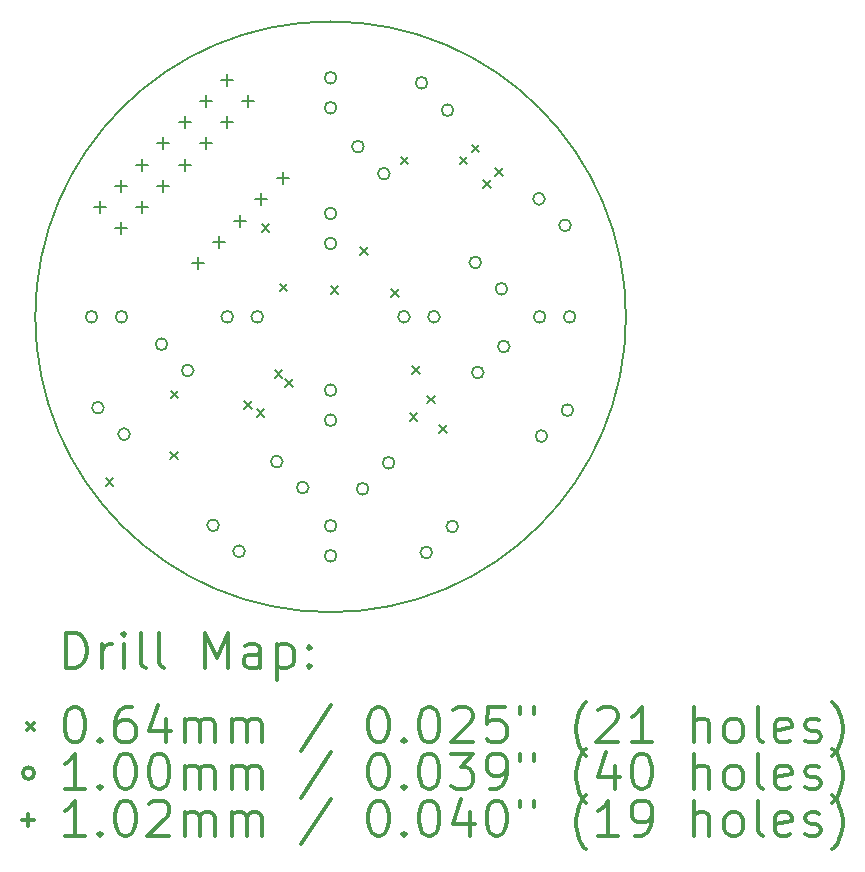
<source format=gbr>
%FSLAX45Y45*%
G04 Gerber Fmt 4.5, Leading zero omitted, Abs format (unit mm)*
G04 Created by KiCad (PCBNEW 4.0.5) date 01/04/17 16:27:08*
%MOMM*%
%LPD*%
G01*
G04 APERTURE LIST*
%ADD10C,0.127000*%
%ADD11C,0.150000*%
%ADD12C,0.200000*%
%ADD13C,0.300000*%
G04 APERTURE END LIST*
D10*
D11*
X23900450Y-11300000D02*
G75*
G03X23900450Y-11300000I-2500450J0D01*
G01*
D12*
X19498250Y-12668250D02*
X19561750Y-12731750D01*
X19561750Y-12668250D02*
X19498250Y-12731750D01*
X20043250Y-12443250D02*
X20106750Y-12506750D01*
X20106750Y-12443250D02*
X20043250Y-12506750D01*
X20048250Y-11928250D02*
X20111750Y-11991750D01*
X20111750Y-11928250D02*
X20048250Y-11991750D01*
X20668250Y-12013250D02*
X20731750Y-12076750D01*
X20731750Y-12013250D02*
X20668250Y-12076750D01*
X20773250Y-12083250D02*
X20836750Y-12146750D01*
X20836750Y-12083250D02*
X20773250Y-12146750D01*
X20818250Y-10518250D02*
X20881750Y-10581750D01*
X20881750Y-10518250D02*
X20818250Y-10581750D01*
X20928250Y-11753250D02*
X20991750Y-11816750D01*
X20991750Y-11753250D02*
X20928250Y-11816750D01*
X20968250Y-11018250D02*
X21031750Y-11081750D01*
X21031750Y-11018250D02*
X20968250Y-11081750D01*
X21018250Y-11828250D02*
X21081750Y-11891750D01*
X21081750Y-11828250D02*
X21018250Y-11891750D01*
X21403250Y-11043250D02*
X21466750Y-11106750D01*
X21466750Y-11043250D02*
X21403250Y-11106750D01*
X21653250Y-10713250D02*
X21716750Y-10776750D01*
X21716750Y-10713250D02*
X21653250Y-10776750D01*
X21913250Y-11068250D02*
X21976750Y-11131750D01*
X21976750Y-11068250D02*
X21913250Y-11131750D01*
X21993250Y-9943250D02*
X22056750Y-10006750D01*
X22056750Y-9943250D02*
X21993250Y-10006750D01*
X22068250Y-12118250D02*
X22131750Y-12181750D01*
X22131750Y-12118250D02*
X22068250Y-12181750D01*
X22093250Y-11718250D02*
X22156750Y-11781750D01*
X22156750Y-11718250D02*
X22093250Y-11781750D01*
X22218250Y-11968250D02*
X22281750Y-12031750D01*
X22281750Y-11968250D02*
X22218250Y-12031750D01*
X22318250Y-12218250D02*
X22381750Y-12281750D01*
X22381750Y-12218250D02*
X22318250Y-12281750D01*
X22493250Y-9943250D02*
X22556750Y-10006750D01*
X22556750Y-9943250D02*
X22493250Y-10006750D01*
X22593250Y-9843250D02*
X22656750Y-9906750D01*
X22656750Y-9843250D02*
X22593250Y-9906750D01*
X22693250Y-10143250D02*
X22756750Y-10206750D01*
X22756750Y-10143250D02*
X22693250Y-10206750D01*
X22793250Y-10043250D02*
X22856750Y-10106750D01*
X22856750Y-10043250D02*
X22793250Y-10106750D01*
X19426038Y-11300000D02*
G75*
G03X19426038Y-11300000I-50038J0D01*
G01*
X19480038Y-12070000D02*
G75*
G03X19480038Y-12070000I-50038J0D01*
G01*
X19680038Y-11300000D02*
G75*
G03X19680038Y-11300000I-50038J0D01*
G01*
X19701223Y-12293815D02*
G75*
G03X19701223Y-12293815I-50038J0D01*
G01*
X20018853Y-11531185D02*
G75*
G03X20018853Y-11531185I-50038J0D01*
G01*
X20240038Y-11755000D02*
G75*
G03X20240038Y-11755000I-50038J0D01*
G01*
X20455038Y-13065000D02*
G75*
G03X20455038Y-13065000I-50038J0D01*
G01*
X20575038Y-11300000D02*
G75*
G03X20575038Y-11300000I-50038J0D01*
G01*
X20675038Y-13285000D02*
G75*
G03X20675038Y-13285000I-50038J0D01*
G01*
X20829038Y-11300000D02*
G75*
G03X20829038Y-11300000I-50038J0D01*
G01*
X20993853Y-12526185D02*
G75*
G03X20993853Y-12526185I-50038J0D01*
G01*
X21213853Y-12746185D02*
G75*
G03X21213853Y-12746185I-50038J0D01*
G01*
X21450038Y-9276000D02*
G75*
G03X21450038Y-9276000I-50038J0D01*
G01*
X21450038Y-9530000D02*
G75*
G03X21450038Y-9530000I-50038J0D01*
G01*
X21450038Y-10425000D02*
G75*
G03X21450038Y-10425000I-50038J0D01*
G01*
X21450038Y-10679000D02*
G75*
G03X21450038Y-10679000I-50038J0D01*
G01*
X21450038Y-11921000D02*
G75*
G03X21450038Y-11921000I-50038J0D01*
G01*
X21450038Y-12175000D02*
G75*
G03X21450038Y-12175000I-50038J0D01*
G01*
X21450038Y-13070000D02*
G75*
G03X21450038Y-13070000I-50038J0D01*
G01*
X21450038Y-13324000D02*
G75*
G03X21450038Y-13324000I-50038J0D01*
G01*
X21681223Y-9858815D02*
G75*
G03X21681223Y-9858815I-50038J0D01*
G01*
X21721223Y-12756185D02*
G75*
G03X21721223Y-12756185I-50038J0D01*
G01*
X21901223Y-10088815D02*
G75*
G03X21901223Y-10088815I-50038J0D01*
G01*
X21941223Y-12536185D02*
G75*
G03X21941223Y-12536185I-50038J0D01*
G01*
X22071038Y-11300000D02*
G75*
G03X22071038Y-11300000I-50038J0D01*
G01*
X22220038Y-9320000D02*
G75*
G03X22220038Y-9320000I-50038J0D01*
G01*
X22260038Y-13295000D02*
G75*
G03X22260038Y-13295000I-50038J0D01*
G01*
X22325038Y-11300000D02*
G75*
G03X22325038Y-11300000I-50038J0D01*
G01*
X22440038Y-9550000D02*
G75*
G03X22440038Y-9550000I-50038J0D01*
G01*
X22480038Y-13075000D02*
G75*
G03X22480038Y-13075000I-50038J0D01*
G01*
X22675038Y-10840000D02*
G75*
G03X22675038Y-10840000I-50038J0D01*
G01*
X22696223Y-11771185D02*
G75*
G03X22696223Y-11771185I-50038J0D01*
G01*
X22896223Y-11063815D02*
G75*
G03X22896223Y-11063815I-50038J0D01*
G01*
X22916223Y-11551185D02*
G75*
G03X22916223Y-11551185I-50038J0D01*
G01*
X23213853Y-10301185D02*
G75*
G03X23213853Y-10301185I-50038J0D01*
G01*
X23220038Y-11300000D02*
G75*
G03X23220038Y-11300000I-50038J0D01*
G01*
X23235038Y-12310000D02*
G75*
G03X23235038Y-12310000I-50038J0D01*
G01*
X23435038Y-10525000D02*
G75*
G03X23435038Y-10525000I-50038J0D01*
G01*
X23455038Y-12090000D02*
G75*
G03X23455038Y-12090000I-50038J0D01*
G01*
X23474038Y-11300000D02*
G75*
G03X23474038Y-11300000I-50038J0D01*
G01*
X19445395Y-10319595D02*
X19445395Y-10421195D01*
X19394595Y-10370395D02*
X19496195Y-10370395D01*
X19625000Y-10139990D02*
X19625000Y-10241590D01*
X19574200Y-10190790D02*
X19675800Y-10190790D01*
X19625000Y-10499200D02*
X19625000Y-10600800D01*
X19574200Y-10550000D02*
X19675800Y-10550000D01*
X19804605Y-9960385D02*
X19804605Y-10061985D01*
X19753805Y-10011185D02*
X19855405Y-10011185D01*
X19804605Y-10319595D02*
X19804605Y-10421195D01*
X19753805Y-10370395D02*
X19855405Y-10370395D01*
X19984210Y-9780780D02*
X19984210Y-9882380D01*
X19933410Y-9831580D02*
X20035010Y-9831580D01*
X19984210Y-10139990D02*
X19984210Y-10241590D01*
X19933410Y-10190790D02*
X20035010Y-10190790D01*
X20163815Y-9601174D02*
X20163815Y-9702774D01*
X20113015Y-9651974D02*
X20214615Y-9651974D01*
X20163815Y-9960385D02*
X20163815Y-10061985D01*
X20113015Y-10011185D02*
X20214615Y-10011185D01*
X20275000Y-10794200D02*
X20275000Y-10895800D01*
X20224200Y-10845000D02*
X20325800Y-10845000D01*
X20343421Y-9421569D02*
X20343421Y-9523169D01*
X20292621Y-9472369D02*
X20394221Y-9472369D01*
X20343421Y-9780780D02*
X20343421Y-9882380D01*
X20292621Y-9831580D02*
X20394221Y-9831580D01*
X20454605Y-10614595D02*
X20454605Y-10716195D01*
X20403805Y-10665395D02*
X20505405Y-10665395D01*
X20523026Y-9241964D02*
X20523026Y-9343564D01*
X20472226Y-9292764D02*
X20573826Y-9292764D01*
X20523026Y-9601174D02*
X20523026Y-9702774D01*
X20472226Y-9651974D02*
X20573826Y-9651974D01*
X20634210Y-10434990D02*
X20634210Y-10536590D01*
X20583410Y-10485790D02*
X20685010Y-10485790D01*
X20702631Y-9421569D02*
X20702631Y-9523169D01*
X20651831Y-9472369D02*
X20753431Y-9472369D01*
X20813815Y-10255385D02*
X20813815Y-10356985D01*
X20763015Y-10306185D02*
X20864615Y-10306185D01*
X20993421Y-10075780D02*
X20993421Y-10177380D01*
X20942621Y-10126580D02*
X21044221Y-10126580D01*
D13*
X19163479Y-14273664D02*
X19163479Y-13973664D01*
X19234907Y-13973664D01*
X19277764Y-13987950D01*
X19306336Y-14016521D01*
X19320621Y-14045093D01*
X19334907Y-14102236D01*
X19334907Y-14145093D01*
X19320621Y-14202236D01*
X19306336Y-14230807D01*
X19277764Y-14259379D01*
X19234907Y-14273664D01*
X19163479Y-14273664D01*
X19463479Y-14273664D02*
X19463479Y-14073664D01*
X19463479Y-14130807D02*
X19477764Y-14102236D01*
X19492050Y-14087950D01*
X19520621Y-14073664D01*
X19549193Y-14073664D01*
X19649193Y-14273664D02*
X19649193Y-14073664D01*
X19649193Y-13973664D02*
X19634907Y-13987950D01*
X19649193Y-14002236D01*
X19663479Y-13987950D01*
X19649193Y-13973664D01*
X19649193Y-14002236D01*
X19834907Y-14273664D02*
X19806336Y-14259379D01*
X19792050Y-14230807D01*
X19792050Y-13973664D01*
X19992050Y-14273664D02*
X19963479Y-14259379D01*
X19949193Y-14230807D01*
X19949193Y-13973664D01*
X20334907Y-14273664D02*
X20334907Y-13973664D01*
X20434907Y-14187950D01*
X20534907Y-13973664D01*
X20534907Y-14273664D01*
X20806336Y-14273664D02*
X20806336Y-14116521D01*
X20792050Y-14087950D01*
X20763479Y-14073664D01*
X20706336Y-14073664D01*
X20677764Y-14087950D01*
X20806336Y-14259379D02*
X20777764Y-14273664D01*
X20706336Y-14273664D01*
X20677764Y-14259379D01*
X20663479Y-14230807D01*
X20663479Y-14202236D01*
X20677764Y-14173664D01*
X20706336Y-14159379D01*
X20777764Y-14159379D01*
X20806336Y-14145093D01*
X20949193Y-14073664D02*
X20949193Y-14373664D01*
X20949193Y-14087950D02*
X20977764Y-14073664D01*
X21034907Y-14073664D01*
X21063479Y-14087950D01*
X21077764Y-14102236D01*
X21092050Y-14130807D01*
X21092050Y-14216521D01*
X21077764Y-14245093D01*
X21063479Y-14259379D01*
X21034907Y-14273664D01*
X20977764Y-14273664D01*
X20949193Y-14259379D01*
X21220621Y-14245093D02*
X21234907Y-14259379D01*
X21220621Y-14273664D01*
X21206336Y-14259379D01*
X21220621Y-14245093D01*
X21220621Y-14273664D01*
X21220621Y-14087950D02*
X21234907Y-14102236D01*
X21220621Y-14116521D01*
X21206336Y-14102236D01*
X21220621Y-14087950D01*
X21220621Y-14116521D01*
X18828550Y-14736200D02*
X18892050Y-14799700D01*
X18892050Y-14736200D02*
X18828550Y-14799700D01*
X19220621Y-14603664D02*
X19249193Y-14603664D01*
X19277764Y-14617950D01*
X19292050Y-14632236D01*
X19306336Y-14660807D01*
X19320621Y-14717950D01*
X19320621Y-14789379D01*
X19306336Y-14846521D01*
X19292050Y-14875093D01*
X19277764Y-14889379D01*
X19249193Y-14903664D01*
X19220621Y-14903664D01*
X19192050Y-14889379D01*
X19177764Y-14875093D01*
X19163479Y-14846521D01*
X19149193Y-14789379D01*
X19149193Y-14717950D01*
X19163479Y-14660807D01*
X19177764Y-14632236D01*
X19192050Y-14617950D01*
X19220621Y-14603664D01*
X19449193Y-14875093D02*
X19463479Y-14889379D01*
X19449193Y-14903664D01*
X19434907Y-14889379D01*
X19449193Y-14875093D01*
X19449193Y-14903664D01*
X19720621Y-14603664D02*
X19663478Y-14603664D01*
X19634907Y-14617950D01*
X19620621Y-14632236D01*
X19592050Y-14675093D01*
X19577764Y-14732236D01*
X19577764Y-14846521D01*
X19592050Y-14875093D01*
X19606336Y-14889379D01*
X19634907Y-14903664D01*
X19692050Y-14903664D01*
X19720621Y-14889379D01*
X19734907Y-14875093D01*
X19749193Y-14846521D01*
X19749193Y-14775093D01*
X19734907Y-14746521D01*
X19720621Y-14732236D01*
X19692050Y-14717950D01*
X19634907Y-14717950D01*
X19606336Y-14732236D01*
X19592050Y-14746521D01*
X19577764Y-14775093D01*
X20006336Y-14703664D02*
X20006336Y-14903664D01*
X19934907Y-14589379D02*
X19863479Y-14803664D01*
X20049193Y-14803664D01*
X20163479Y-14903664D02*
X20163479Y-14703664D01*
X20163479Y-14732236D02*
X20177764Y-14717950D01*
X20206336Y-14703664D01*
X20249193Y-14703664D01*
X20277764Y-14717950D01*
X20292050Y-14746521D01*
X20292050Y-14903664D01*
X20292050Y-14746521D02*
X20306336Y-14717950D01*
X20334907Y-14703664D01*
X20377764Y-14703664D01*
X20406336Y-14717950D01*
X20420621Y-14746521D01*
X20420621Y-14903664D01*
X20563479Y-14903664D02*
X20563479Y-14703664D01*
X20563479Y-14732236D02*
X20577764Y-14717950D01*
X20606336Y-14703664D01*
X20649193Y-14703664D01*
X20677764Y-14717950D01*
X20692050Y-14746521D01*
X20692050Y-14903664D01*
X20692050Y-14746521D02*
X20706336Y-14717950D01*
X20734907Y-14703664D01*
X20777764Y-14703664D01*
X20806336Y-14717950D01*
X20820621Y-14746521D01*
X20820621Y-14903664D01*
X21406336Y-14589379D02*
X21149193Y-14975093D01*
X21792050Y-14603664D02*
X21820621Y-14603664D01*
X21849193Y-14617950D01*
X21863478Y-14632236D01*
X21877764Y-14660807D01*
X21892050Y-14717950D01*
X21892050Y-14789379D01*
X21877764Y-14846521D01*
X21863478Y-14875093D01*
X21849193Y-14889379D01*
X21820621Y-14903664D01*
X21792050Y-14903664D01*
X21763478Y-14889379D01*
X21749193Y-14875093D01*
X21734907Y-14846521D01*
X21720621Y-14789379D01*
X21720621Y-14717950D01*
X21734907Y-14660807D01*
X21749193Y-14632236D01*
X21763478Y-14617950D01*
X21792050Y-14603664D01*
X22020621Y-14875093D02*
X22034907Y-14889379D01*
X22020621Y-14903664D01*
X22006336Y-14889379D01*
X22020621Y-14875093D01*
X22020621Y-14903664D01*
X22220621Y-14603664D02*
X22249193Y-14603664D01*
X22277764Y-14617950D01*
X22292050Y-14632236D01*
X22306336Y-14660807D01*
X22320621Y-14717950D01*
X22320621Y-14789379D01*
X22306336Y-14846521D01*
X22292050Y-14875093D01*
X22277764Y-14889379D01*
X22249193Y-14903664D01*
X22220621Y-14903664D01*
X22192050Y-14889379D01*
X22177764Y-14875093D01*
X22163478Y-14846521D01*
X22149193Y-14789379D01*
X22149193Y-14717950D01*
X22163478Y-14660807D01*
X22177764Y-14632236D01*
X22192050Y-14617950D01*
X22220621Y-14603664D01*
X22434907Y-14632236D02*
X22449193Y-14617950D01*
X22477764Y-14603664D01*
X22549193Y-14603664D01*
X22577764Y-14617950D01*
X22592050Y-14632236D01*
X22606335Y-14660807D01*
X22606335Y-14689379D01*
X22592050Y-14732236D01*
X22420621Y-14903664D01*
X22606335Y-14903664D01*
X22877764Y-14603664D02*
X22734907Y-14603664D01*
X22720621Y-14746521D01*
X22734907Y-14732236D01*
X22763478Y-14717950D01*
X22834907Y-14717950D01*
X22863478Y-14732236D01*
X22877764Y-14746521D01*
X22892050Y-14775093D01*
X22892050Y-14846521D01*
X22877764Y-14875093D01*
X22863478Y-14889379D01*
X22834907Y-14903664D01*
X22763478Y-14903664D01*
X22734907Y-14889379D01*
X22720621Y-14875093D01*
X23006336Y-14603664D02*
X23006336Y-14660807D01*
X23120621Y-14603664D02*
X23120621Y-14660807D01*
X23563478Y-15017950D02*
X23549193Y-15003664D01*
X23520621Y-14960807D01*
X23506335Y-14932236D01*
X23492050Y-14889379D01*
X23477764Y-14817950D01*
X23477764Y-14760807D01*
X23492050Y-14689379D01*
X23506335Y-14646521D01*
X23520621Y-14617950D01*
X23549193Y-14575093D01*
X23563478Y-14560807D01*
X23663478Y-14632236D02*
X23677764Y-14617950D01*
X23706335Y-14603664D01*
X23777764Y-14603664D01*
X23806335Y-14617950D01*
X23820621Y-14632236D01*
X23834907Y-14660807D01*
X23834907Y-14689379D01*
X23820621Y-14732236D01*
X23649193Y-14903664D01*
X23834907Y-14903664D01*
X24120621Y-14903664D02*
X23949193Y-14903664D01*
X24034907Y-14903664D02*
X24034907Y-14603664D01*
X24006335Y-14646521D01*
X23977764Y-14675093D01*
X23949193Y-14689379D01*
X24477764Y-14903664D02*
X24477764Y-14603664D01*
X24606335Y-14903664D02*
X24606335Y-14746521D01*
X24592050Y-14717950D01*
X24563478Y-14703664D01*
X24520621Y-14703664D01*
X24492050Y-14717950D01*
X24477764Y-14732236D01*
X24792050Y-14903664D02*
X24763478Y-14889379D01*
X24749193Y-14875093D01*
X24734907Y-14846521D01*
X24734907Y-14760807D01*
X24749193Y-14732236D01*
X24763478Y-14717950D01*
X24792050Y-14703664D01*
X24834907Y-14703664D01*
X24863478Y-14717950D01*
X24877764Y-14732236D01*
X24892050Y-14760807D01*
X24892050Y-14846521D01*
X24877764Y-14875093D01*
X24863478Y-14889379D01*
X24834907Y-14903664D01*
X24792050Y-14903664D01*
X25063478Y-14903664D02*
X25034907Y-14889379D01*
X25020621Y-14860807D01*
X25020621Y-14603664D01*
X25292050Y-14889379D02*
X25263478Y-14903664D01*
X25206336Y-14903664D01*
X25177764Y-14889379D01*
X25163478Y-14860807D01*
X25163478Y-14746521D01*
X25177764Y-14717950D01*
X25206336Y-14703664D01*
X25263478Y-14703664D01*
X25292050Y-14717950D01*
X25306336Y-14746521D01*
X25306336Y-14775093D01*
X25163478Y-14803664D01*
X25420621Y-14889379D02*
X25449193Y-14903664D01*
X25506336Y-14903664D01*
X25534907Y-14889379D01*
X25549193Y-14860807D01*
X25549193Y-14846521D01*
X25534907Y-14817950D01*
X25506336Y-14803664D01*
X25463478Y-14803664D01*
X25434907Y-14789379D01*
X25420621Y-14760807D01*
X25420621Y-14746521D01*
X25434907Y-14717950D01*
X25463478Y-14703664D01*
X25506336Y-14703664D01*
X25534907Y-14717950D01*
X25649193Y-15017950D02*
X25663478Y-15003664D01*
X25692050Y-14960807D01*
X25706336Y-14932236D01*
X25720621Y-14889379D01*
X25734907Y-14817950D01*
X25734907Y-14760807D01*
X25720621Y-14689379D01*
X25706336Y-14646521D01*
X25692050Y-14617950D01*
X25663478Y-14575093D01*
X25649193Y-14560807D01*
X18892050Y-15163950D02*
G75*
G03X18892050Y-15163950I-50038J0D01*
G01*
X19320621Y-15299664D02*
X19149193Y-15299664D01*
X19234907Y-15299664D02*
X19234907Y-14999664D01*
X19206336Y-15042521D01*
X19177764Y-15071093D01*
X19149193Y-15085379D01*
X19449193Y-15271093D02*
X19463479Y-15285379D01*
X19449193Y-15299664D01*
X19434907Y-15285379D01*
X19449193Y-15271093D01*
X19449193Y-15299664D01*
X19649193Y-14999664D02*
X19677764Y-14999664D01*
X19706336Y-15013950D01*
X19720621Y-15028236D01*
X19734907Y-15056807D01*
X19749193Y-15113950D01*
X19749193Y-15185379D01*
X19734907Y-15242521D01*
X19720621Y-15271093D01*
X19706336Y-15285379D01*
X19677764Y-15299664D01*
X19649193Y-15299664D01*
X19620621Y-15285379D01*
X19606336Y-15271093D01*
X19592050Y-15242521D01*
X19577764Y-15185379D01*
X19577764Y-15113950D01*
X19592050Y-15056807D01*
X19606336Y-15028236D01*
X19620621Y-15013950D01*
X19649193Y-14999664D01*
X19934907Y-14999664D02*
X19963479Y-14999664D01*
X19992050Y-15013950D01*
X20006336Y-15028236D01*
X20020621Y-15056807D01*
X20034907Y-15113950D01*
X20034907Y-15185379D01*
X20020621Y-15242521D01*
X20006336Y-15271093D01*
X19992050Y-15285379D01*
X19963479Y-15299664D01*
X19934907Y-15299664D01*
X19906336Y-15285379D01*
X19892050Y-15271093D01*
X19877764Y-15242521D01*
X19863479Y-15185379D01*
X19863479Y-15113950D01*
X19877764Y-15056807D01*
X19892050Y-15028236D01*
X19906336Y-15013950D01*
X19934907Y-14999664D01*
X20163479Y-15299664D02*
X20163479Y-15099664D01*
X20163479Y-15128236D02*
X20177764Y-15113950D01*
X20206336Y-15099664D01*
X20249193Y-15099664D01*
X20277764Y-15113950D01*
X20292050Y-15142521D01*
X20292050Y-15299664D01*
X20292050Y-15142521D02*
X20306336Y-15113950D01*
X20334907Y-15099664D01*
X20377764Y-15099664D01*
X20406336Y-15113950D01*
X20420621Y-15142521D01*
X20420621Y-15299664D01*
X20563479Y-15299664D02*
X20563479Y-15099664D01*
X20563479Y-15128236D02*
X20577764Y-15113950D01*
X20606336Y-15099664D01*
X20649193Y-15099664D01*
X20677764Y-15113950D01*
X20692050Y-15142521D01*
X20692050Y-15299664D01*
X20692050Y-15142521D02*
X20706336Y-15113950D01*
X20734907Y-15099664D01*
X20777764Y-15099664D01*
X20806336Y-15113950D01*
X20820621Y-15142521D01*
X20820621Y-15299664D01*
X21406336Y-14985379D02*
X21149193Y-15371093D01*
X21792050Y-14999664D02*
X21820621Y-14999664D01*
X21849193Y-15013950D01*
X21863478Y-15028236D01*
X21877764Y-15056807D01*
X21892050Y-15113950D01*
X21892050Y-15185379D01*
X21877764Y-15242521D01*
X21863478Y-15271093D01*
X21849193Y-15285379D01*
X21820621Y-15299664D01*
X21792050Y-15299664D01*
X21763478Y-15285379D01*
X21749193Y-15271093D01*
X21734907Y-15242521D01*
X21720621Y-15185379D01*
X21720621Y-15113950D01*
X21734907Y-15056807D01*
X21749193Y-15028236D01*
X21763478Y-15013950D01*
X21792050Y-14999664D01*
X22020621Y-15271093D02*
X22034907Y-15285379D01*
X22020621Y-15299664D01*
X22006336Y-15285379D01*
X22020621Y-15271093D01*
X22020621Y-15299664D01*
X22220621Y-14999664D02*
X22249193Y-14999664D01*
X22277764Y-15013950D01*
X22292050Y-15028236D01*
X22306336Y-15056807D01*
X22320621Y-15113950D01*
X22320621Y-15185379D01*
X22306336Y-15242521D01*
X22292050Y-15271093D01*
X22277764Y-15285379D01*
X22249193Y-15299664D01*
X22220621Y-15299664D01*
X22192050Y-15285379D01*
X22177764Y-15271093D01*
X22163478Y-15242521D01*
X22149193Y-15185379D01*
X22149193Y-15113950D01*
X22163478Y-15056807D01*
X22177764Y-15028236D01*
X22192050Y-15013950D01*
X22220621Y-14999664D01*
X22420621Y-14999664D02*
X22606335Y-14999664D01*
X22506335Y-15113950D01*
X22549193Y-15113950D01*
X22577764Y-15128236D01*
X22592050Y-15142521D01*
X22606335Y-15171093D01*
X22606335Y-15242521D01*
X22592050Y-15271093D01*
X22577764Y-15285379D01*
X22549193Y-15299664D01*
X22463478Y-15299664D01*
X22434907Y-15285379D01*
X22420621Y-15271093D01*
X22749193Y-15299664D02*
X22806335Y-15299664D01*
X22834907Y-15285379D01*
X22849193Y-15271093D01*
X22877764Y-15228236D01*
X22892050Y-15171093D01*
X22892050Y-15056807D01*
X22877764Y-15028236D01*
X22863478Y-15013950D01*
X22834907Y-14999664D01*
X22777764Y-14999664D01*
X22749193Y-15013950D01*
X22734907Y-15028236D01*
X22720621Y-15056807D01*
X22720621Y-15128236D01*
X22734907Y-15156807D01*
X22749193Y-15171093D01*
X22777764Y-15185379D01*
X22834907Y-15185379D01*
X22863478Y-15171093D01*
X22877764Y-15156807D01*
X22892050Y-15128236D01*
X23006336Y-14999664D02*
X23006336Y-15056807D01*
X23120621Y-14999664D02*
X23120621Y-15056807D01*
X23563478Y-15413950D02*
X23549193Y-15399664D01*
X23520621Y-15356807D01*
X23506335Y-15328236D01*
X23492050Y-15285379D01*
X23477764Y-15213950D01*
X23477764Y-15156807D01*
X23492050Y-15085379D01*
X23506335Y-15042521D01*
X23520621Y-15013950D01*
X23549193Y-14971093D01*
X23563478Y-14956807D01*
X23806335Y-15099664D02*
X23806335Y-15299664D01*
X23734907Y-14985379D02*
X23663478Y-15199664D01*
X23849193Y-15199664D01*
X24020621Y-14999664D02*
X24049193Y-14999664D01*
X24077764Y-15013950D01*
X24092050Y-15028236D01*
X24106335Y-15056807D01*
X24120621Y-15113950D01*
X24120621Y-15185379D01*
X24106335Y-15242521D01*
X24092050Y-15271093D01*
X24077764Y-15285379D01*
X24049193Y-15299664D01*
X24020621Y-15299664D01*
X23992050Y-15285379D01*
X23977764Y-15271093D01*
X23963478Y-15242521D01*
X23949193Y-15185379D01*
X23949193Y-15113950D01*
X23963478Y-15056807D01*
X23977764Y-15028236D01*
X23992050Y-15013950D01*
X24020621Y-14999664D01*
X24477764Y-15299664D02*
X24477764Y-14999664D01*
X24606335Y-15299664D02*
X24606335Y-15142521D01*
X24592050Y-15113950D01*
X24563478Y-15099664D01*
X24520621Y-15099664D01*
X24492050Y-15113950D01*
X24477764Y-15128236D01*
X24792050Y-15299664D02*
X24763478Y-15285379D01*
X24749193Y-15271093D01*
X24734907Y-15242521D01*
X24734907Y-15156807D01*
X24749193Y-15128236D01*
X24763478Y-15113950D01*
X24792050Y-15099664D01*
X24834907Y-15099664D01*
X24863478Y-15113950D01*
X24877764Y-15128236D01*
X24892050Y-15156807D01*
X24892050Y-15242521D01*
X24877764Y-15271093D01*
X24863478Y-15285379D01*
X24834907Y-15299664D01*
X24792050Y-15299664D01*
X25063478Y-15299664D02*
X25034907Y-15285379D01*
X25020621Y-15256807D01*
X25020621Y-14999664D01*
X25292050Y-15285379D02*
X25263478Y-15299664D01*
X25206336Y-15299664D01*
X25177764Y-15285379D01*
X25163478Y-15256807D01*
X25163478Y-15142521D01*
X25177764Y-15113950D01*
X25206336Y-15099664D01*
X25263478Y-15099664D01*
X25292050Y-15113950D01*
X25306336Y-15142521D01*
X25306336Y-15171093D01*
X25163478Y-15199664D01*
X25420621Y-15285379D02*
X25449193Y-15299664D01*
X25506336Y-15299664D01*
X25534907Y-15285379D01*
X25549193Y-15256807D01*
X25549193Y-15242521D01*
X25534907Y-15213950D01*
X25506336Y-15199664D01*
X25463478Y-15199664D01*
X25434907Y-15185379D01*
X25420621Y-15156807D01*
X25420621Y-15142521D01*
X25434907Y-15113950D01*
X25463478Y-15099664D01*
X25506336Y-15099664D01*
X25534907Y-15113950D01*
X25649193Y-15413950D02*
X25663478Y-15399664D01*
X25692050Y-15356807D01*
X25706336Y-15328236D01*
X25720621Y-15285379D01*
X25734907Y-15213950D01*
X25734907Y-15156807D01*
X25720621Y-15085379D01*
X25706336Y-15042521D01*
X25692050Y-15013950D01*
X25663478Y-14971093D01*
X25649193Y-14956807D01*
X18841250Y-15509150D02*
X18841250Y-15610750D01*
X18790450Y-15559950D02*
X18892050Y-15559950D01*
X19320621Y-15695664D02*
X19149193Y-15695664D01*
X19234907Y-15695664D02*
X19234907Y-15395664D01*
X19206336Y-15438521D01*
X19177764Y-15467093D01*
X19149193Y-15481379D01*
X19449193Y-15667093D02*
X19463479Y-15681379D01*
X19449193Y-15695664D01*
X19434907Y-15681379D01*
X19449193Y-15667093D01*
X19449193Y-15695664D01*
X19649193Y-15395664D02*
X19677764Y-15395664D01*
X19706336Y-15409950D01*
X19720621Y-15424236D01*
X19734907Y-15452807D01*
X19749193Y-15509950D01*
X19749193Y-15581379D01*
X19734907Y-15638521D01*
X19720621Y-15667093D01*
X19706336Y-15681379D01*
X19677764Y-15695664D01*
X19649193Y-15695664D01*
X19620621Y-15681379D01*
X19606336Y-15667093D01*
X19592050Y-15638521D01*
X19577764Y-15581379D01*
X19577764Y-15509950D01*
X19592050Y-15452807D01*
X19606336Y-15424236D01*
X19620621Y-15409950D01*
X19649193Y-15395664D01*
X19863479Y-15424236D02*
X19877764Y-15409950D01*
X19906336Y-15395664D01*
X19977764Y-15395664D01*
X20006336Y-15409950D01*
X20020621Y-15424236D01*
X20034907Y-15452807D01*
X20034907Y-15481379D01*
X20020621Y-15524236D01*
X19849193Y-15695664D01*
X20034907Y-15695664D01*
X20163479Y-15695664D02*
X20163479Y-15495664D01*
X20163479Y-15524236D02*
X20177764Y-15509950D01*
X20206336Y-15495664D01*
X20249193Y-15495664D01*
X20277764Y-15509950D01*
X20292050Y-15538521D01*
X20292050Y-15695664D01*
X20292050Y-15538521D02*
X20306336Y-15509950D01*
X20334907Y-15495664D01*
X20377764Y-15495664D01*
X20406336Y-15509950D01*
X20420621Y-15538521D01*
X20420621Y-15695664D01*
X20563479Y-15695664D02*
X20563479Y-15495664D01*
X20563479Y-15524236D02*
X20577764Y-15509950D01*
X20606336Y-15495664D01*
X20649193Y-15495664D01*
X20677764Y-15509950D01*
X20692050Y-15538521D01*
X20692050Y-15695664D01*
X20692050Y-15538521D02*
X20706336Y-15509950D01*
X20734907Y-15495664D01*
X20777764Y-15495664D01*
X20806336Y-15509950D01*
X20820621Y-15538521D01*
X20820621Y-15695664D01*
X21406336Y-15381379D02*
X21149193Y-15767093D01*
X21792050Y-15395664D02*
X21820621Y-15395664D01*
X21849193Y-15409950D01*
X21863478Y-15424236D01*
X21877764Y-15452807D01*
X21892050Y-15509950D01*
X21892050Y-15581379D01*
X21877764Y-15638521D01*
X21863478Y-15667093D01*
X21849193Y-15681379D01*
X21820621Y-15695664D01*
X21792050Y-15695664D01*
X21763478Y-15681379D01*
X21749193Y-15667093D01*
X21734907Y-15638521D01*
X21720621Y-15581379D01*
X21720621Y-15509950D01*
X21734907Y-15452807D01*
X21749193Y-15424236D01*
X21763478Y-15409950D01*
X21792050Y-15395664D01*
X22020621Y-15667093D02*
X22034907Y-15681379D01*
X22020621Y-15695664D01*
X22006336Y-15681379D01*
X22020621Y-15667093D01*
X22020621Y-15695664D01*
X22220621Y-15395664D02*
X22249193Y-15395664D01*
X22277764Y-15409950D01*
X22292050Y-15424236D01*
X22306336Y-15452807D01*
X22320621Y-15509950D01*
X22320621Y-15581379D01*
X22306336Y-15638521D01*
X22292050Y-15667093D01*
X22277764Y-15681379D01*
X22249193Y-15695664D01*
X22220621Y-15695664D01*
X22192050Y-15681379D01*
X22177764Y-15667093D01*
X22163478Y-15638521D01*
X22149193Y-15581379D01*
X22149193Y-15509950D01*
X22163478Y-15452807D01*
X22177764Y-15424236D01*
X22192050Y-15409950D01*
X22220621Y-15395664D01*
X22577764Y-15495664D02*
X22577764Y-15695664D01*
X22506335Y-15381379D02*
X22434907Y-15595664D01*
X22620621Y-15595664D01*
X22792050Y-15395664D02*
X22820621Y-15395664D01*
X22849193Y-15409950D01*
X22863478Y-15424236D01*
X22877764Y-15452807D01*
X22892050Y-15509950D01*
X22892050Y-15581379D01*
X22877764Y-15638521D01*
X22863478Y-15667093D01*
X22849193Y-15681379D01*
X22820621Y-15695664D01*
X22792050Y-15695664D01*
X22763478Y-15681379D01*
X22749193Y-15667093D01*
X22734907Y-15638521D01*
X22720621Y-15581379D01*
X22720621Y-15509950D01*
X22734907Y-15452807D01*
X22749193Y-15424236D01*
X22763478Y-15409950D01*
X22792050Y-15395664D01*
X23006336Y-15395664D02*
X23006336Y-15452807D01*
X23120621Y-15395664D02*
X23120621Y-15452807D01*
X23563478Y-15809950D02*
X23549193Y-15795664D01*
X23520621Y-15752807D01*
X23506335Y-15724236D01*
X23492050Y-15681379D01*
X23477764Y-15609950D01*
X23477764Y-15552807D01*
X23492050Y-15481379D01*
X23506335Y-15438521D01*
X23520621Y-15409950D01*
X23549193Y-15367093D01*
X23563478Y-15352807D01*
X23834907Y-15695664D02*
X23663478Y-15695664D01*
X23749193Y-15695664D02*
X23749193Y-15395664D01*
X23720621Y-15438521D01*
X23692050Y-15467093D01*
X23663478Y-15481379D01*
X23977764Y-15695664D02*
X24034907Y-15695664D01*
X24063478Y-15681379D01*
X24077764Y-15667093D01*
X24106335Y-15624236D01*
X24120621Y-15567093D01*
X24120621Y-15452807D01*
X24106335Y-15424236D01*
X24092050Y-15409950D01*
X24063478Y-15395664D01*
X24006335Y-15395664D01*
X23977764Y-15409950D01*
X23963478Y-15424236D01*
X23949193Y-15452807D01*
X23949193Y-15524236D01*
X23963478Y-15552807D01*
X23977764Y-15567093D01*
X24006335Y-15581379D01*
X24063478Y-15581379D01*
X24092050Y-15567093D01*
X24106335Y-15552807D01*
X24120621Y-15524236D01*
X24477764Y-15695664D02*
X24477764Y-15395664D01*
X24606335Y-15695664D02*
X24606335Y-15538521D01*
X24592050Y-15509950D01*
X24563478Y-15495664D01*
X24520621Y-15495664D01*
X24492050Y-15509950D01*
X24477764Y-15524236D01*
X24792050Y-15695664D02*
X24763478Y-15681379D01*
X24749193Y-15667093D01*
X24734907Y-15638521D01*
X24734907Y-15552807D01*
X24749193Y-15524236D01*
X24763478Y-15509950D01*
X24792050Y-15495664D01*
X24834907Y-15495664D01*
X24863478Y-15509950D01*
X24877764Y-15524236D01*
X24892050Y-15552807D01*
X24892050Y-15638521D01*
X24877764Y-15667093D01*
X24863478Y-15681379D01*
X24834907Y-15695664D01*
X24792050Y-15695664D01*
X25063478Y-15695664D02*
X25034907Y-15681379D01*
X25020621Y-15652807D01*
X25020621Y-15395664D01*
X25292050Y-15681379D02*
X25263478Y-15695664D01*
X25206336Y-15695664D01*
X25177764Y-15681379D01*
X25163478Y-15652807D01*
X25163478Y-15538521D01*
X25177764Y-15509950D01*
X25206336Y-15495664D01*
X25263478Y-15495664D01*
X25292050Y-15509950D01*
X25306336Y-15538521D01*
X25306336Y-15567093D01*
X25163478Y-15595664D01*
X25420621Y-15681379D02*
X25449193Y-15695664D01*
X25506336Y-15695664D01*
X25534907Y-15681379D01*
X25549193Y-15652807D01*
X25549193Y-15638521D01*
X25534907Y-15609950D01*
X25506336Y-15595664D01*
X25463478Y-15595664D01*
X25434907Y-15581379D01*
X25420621Y-15552807D01*
X25420621Y-15538521D01*
X25434907Y-15509950D01*
X25463478Y-15495664D01*
X25506336Y-15495664D01*
X25534907Y-15509950D01*
X25649193Y-15809950D02*
X25663478Y-15795664D01*
X25692050Y-15752807D01*
X25706336Y-15724236D01*
X25720621Y-15681379D01*
X25734907Y-15609950D01*
X25734907Y-15552807D01*
X25720621Y-15481379D01*
X25706336Y-15438521D01*
X25692050Y-15409950D01*
X25663478Y-15367093D01*
X25649193Y-15352807D01*
M02*

</source>
